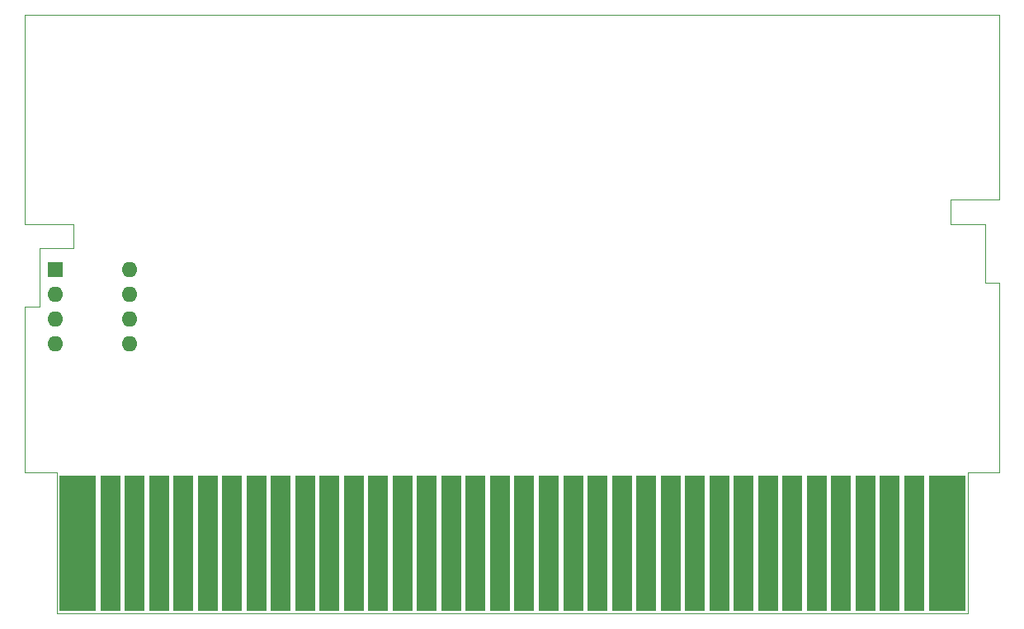
<source format=gbr>
G04 #@! TF.GenerationSoftware,KiCad,Pcbnew,5.1.5+dfsg1-2build2*
G04 #@! TF.CreationDate,2023-04-13T22:50:12-05:00*
G04 #@! TF.ProjectId,cart,63617274-2e6b-4696-9361-645f70636258,rev?*
G04 #@! TF.SameCoordinates,Original*
G04 #@! TF.FileFunction,Soldermask,Bot*
G04 #@! TF.FilePolarity,Negative*
%FSLAX46Y46*%
G04 Gerber Fmt 4.6, Leading zero omitted, Abs format (unit mm)*
G04 Created by KiCad (PCBNEW 5.1.5+dfsg1-2build2) date 2023-04-13 22:50:12*
%MOMM*%
%LPD*%
G04 APERTURE LIST*
%ADD10C,0.100000*%
%ADD11R,3.750000X14.000000*%
%ADD12R,2.000000X14.000000*%
%ADD13R,1.600000X1.600000*%
%ADD14O,1.600000X1.600000*%
G04 APERTURE END LIST*
D10*
X91650000Y-85900000D02*
X191650000Y-85900000D01*
X91650000Y-107350000D02*
X91650000Y-85900000D01*
X96650000Y-107350000D02*
X91650000Y-107350000D01*
X96650000Y-109850000D02*
X96650000Y-107350000D01*
X93150000Y-109850000D02*
X96650000Y-109850000D01*
X93150000Y-115850000D02*
X93150000Y-109850000D01*
X91650000Y-115850000D02*
X93150000Y-115850000D01*
X91650000Y-132850000D02*
X91650000Y-115850000D01*
X191650000Y-113350000D02*
X191650000Y-132850000D01*
X190150000Y-113350000D02*
X191650000Y-113350000D01*
X190150000Y-107350000D02*
X190150000Y-113350000D01*
X186650000Y-107350000D02*
X190150000Y-107350000D01*
X186650000Y-104850000D02*
X186650000Y-107350000D01*
X191650000Y-104850000D02*
X186650000Y-104850000D01*
X191650000Y-85900000D02*
X191650000Y-104850000D01*
X94900000Y-132850000D02*
X91650000Y-132850000D01*
X94900000Y-147350000D02*
X94900000Y-132850000D01*
X188400000Y-147350000D02*
X94900000Y-147350000D01*
X188400000Y-132850000D02*
X188400000Y-147350000D01*
X191650000Y-132850000D02*
X188400000Y-132850000D01*
D11*
X186275000Y-140100000D03*
D12*
X182900000Y-140100000D03*
X180400000Y-140100000D03*
X177900000Y-140100000D03*
X175400000Y-140100000D03*
X172900000Y-140100000D03*
X170400000Y-140100000D03*
X167900000Y-140100000D03*
X165400000Y-140100000D03*
X162900000Y-140100000D03*
X160400000Y-140100000D03*
X157900000Y-140100000D03*
X155400000Y-140100000D03*
X152900000Y-140100000D03*
X150400000Y-140100000D03*
X147900000Y-140100000D03*
X145400000Y-140100000D03*
X142900000Y-140100000D03*
X140400000Y-140100000D03*
X137900000Y-140100000D03*
X135400000Y-140100000D03*
X132900000Y-140100000D03*
X130400000Y-140100000D03*
X127900000Y-140100000D03*
X125400000Y-140100000D03*
X122900000Y-140100000D03*
X120400000Y-140100000D03*
X117900000Y-140100000D03*
X115400000Y-140100000D03*
X112900000Y-140100000D03*
X110400000Y-140100000D03*
X107900000Y-140100000D03*
X105400000Y-140100000D03*
X102900000Y-140100000D03*
X100400000Y-140100000D03*
D11*
X97025000Y-140100000D03*
D13*
X94780000Y-112020000D03*
D14*
X102400000Y-119640000D03*
X94780000Y-114560000D03*
X102400000Y-117100000D03*
X94780000Y-117100000D03*
X102400000Y-114560000D03*
X94780000Y-119640000D03*
X102400000Y-112020000D03*
M02*

</source>
